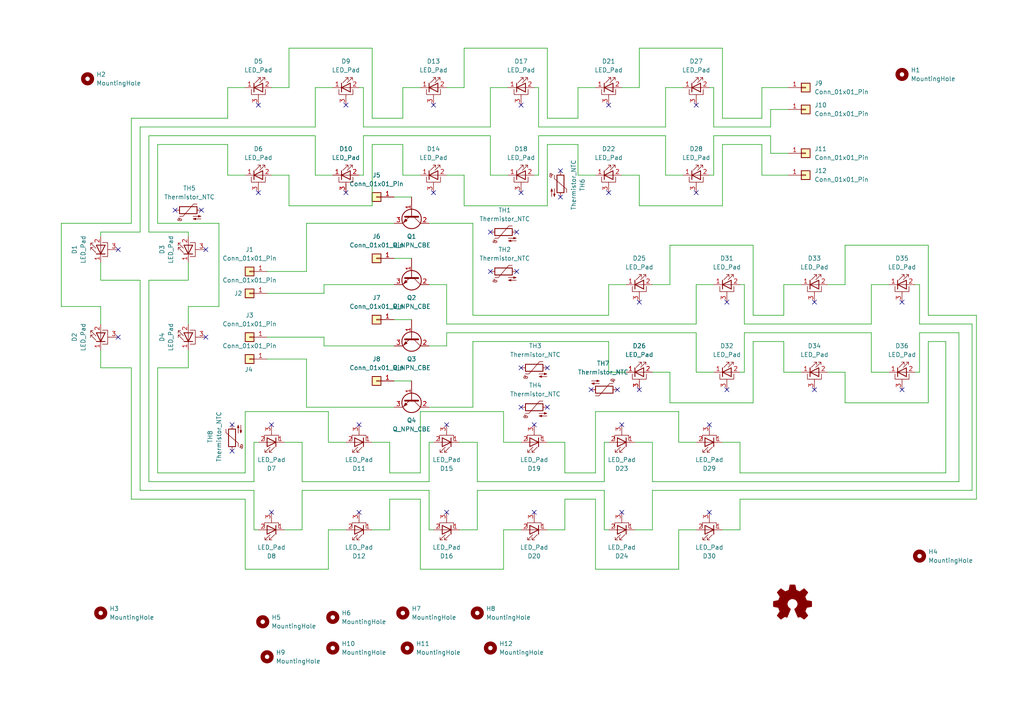
<source format=kicad_sch>
(kicad_sch (version 20231120) (generator "eeschema") (generator_version "8.0")
  (paper "A4")
  (lib_symbols
    (symbol "Connector_Generic:Conn_01x01" (pin_names (offset 1.016) hide)
      (property "Reference" "J" (at 0 2.54 0))
      (property "Value" "Conn_01x01" (at 0 -2.54 0))
      (symbol "Conn_01x01_1_1"
        (rectangle (start -1.27 0.127) (end 0 -0.127) (stroke (width 0.1524)))
        (rectangle (start -1.27 1.27) (end 1.27 -1.27) (stroke (width 0.254)) (fill (type background)))
        (pin passive line (at -5.08 0 0) (length 3.81) (name "Pin_1") (number "1"))
      )
    )
    (symbol "Device:LED_Pad" (pin_names (offset 1.016) hide)
      (property "Reference" "D" (at 0 5.715 0))
      (property "Value" "LED_Pad" (at 0 3.81 0))
      (symbol "LED_Pad_0_1"
        (polyline (pts (xy -1.27 -1.27) (xy -1.27 1.27)) (stroke (width 0.254)))
        (polyline (pts (xy -1.27 0) (xy 1.27 0)))
        (polyline (pts (xy 0 -2.54) (xy 0 -2.032)))
        (polyline (pts (xy -2.032 -0.508) (xy -2.032 -2.032) (xy 2.032 -2.032) (xy 2.032 -0.508)))
        (polyline (pts (xy 1.27 -1.27) (xy 1.27 1.27) (xy -1.27 0) (xy 1.27 -1.27)) (stroke (width 0.254)))
        (polyline (pts (xy -0.889 1.397) (xy 0.635 2.921) (xy -0.127 2.921) (xy 0.635 2.921) (xy 0.635 2.159)))
        (polyline (pts (xy 0.381 1.397) (xy 1.905 2.921) (xy 1.143 2.921) (xy 1.905 2.921) (xy 1.905 2.159)))
      )
      (symbol "LED_Pad_1_1"
        (pin passive line (at -3.81 0 0) (length 2.54) (name "K") (number "1"))
        (pin passive line (at 3.81 0 180) (length 2.54) (name "A") (number "2"))
        (pin passive line (at 0 -5.08 90) (length 2.54) (name "PAD") (number "3"))
      )
    )
    (symbol "Device:Q_NPN_BCE" (pin_names (offset 0) hide)
      (property "Reference" "Q" (at 5.08 1.27 0))
      (property "Value" "Q_NPN_BCE" (at 5.08 -1.27 0))
      (symbol "Q_NPN_BCE_0_1"
        (polyline (pts (xy 0.635 0.635) (xy 2.54 2.54)))
        (polyline (pts (xy 0.635 -0.635) (xy 2.54 -2.54) (xy 2.54 -2.54)))
        (polyline (pts (xy 0.635 1.905) (xy 0.635 -1.905) (xy 0.635 -1.905)) (stroke (width 0.508)))
        (polyline (pts (xy 1.27 -1.778) (xy 1.778 -1.27) (xy 2.286 -2.286) (xy 1.27 -1.778) (xy 1.27 -1.778)) (fill (type outline)))
        (circle (center 1.27 0) (radius 2.8194) (stroke (width 0.254)))
      )
      (symbol "Q_NPN_BCE_1_1"
        (pin input line (at -5.08 0 0) (length 5.715) (name "B") (number "1"))
        (pin passive line (at 2.54 5.08 270) (length 2.54) (name "C") (number "2"))
        (pin passive line (at 2.54 -5.08 90) (length 2.54) (name "E") (number "3"))
      )
    )
    (symbol "Device:Thermistor_NTC" (pin_numbers hide) (pin_names (offset 0))
      (property "Reference" "TH" (at -4.445 0 90))
      (property "Value" "Thermistor_NTC" (at 3.175 0 90))
      (symbol "Thermistor_NTC_0_1"
        (arc (start -3.048 2.159) (mid -3.0495 2.3143) (end -3.175 2.413))
        (arc (start -3.048 2.159) (mid -2.9736 1.9794) (end -2.794 1.905))
        (arc (start -3.048 2.794) (mid -2.9736 2.6144) (end -2.794 2.54))
        (arc (start -2.794 1.905) (mid -2.6144 1.9794) (end -2.54 2.159))
        (arc (start -2.794 2.54) (mid -2.4393 2.5587) (end -2.159 2.794))
        (arc (start -2.794 3.048) (mid -2.9736 2.9736) (end -3.048 2.794))
        (arc (start -2.54 2.794) (mid -2.6144 2.9736) (end -2.794 3.048))
        (rectangle (start -1.016 2.54) (end 1.016 -2.54) (stroke (width 0.254)))
        (polyline (pts (xy -2.54 2.159) (xy -2.54 2.794)))
        (polyline (pts (xy -1.778 2.54) (xy -1.778 1.524) (xy 1.778 -1.524) (xy 1.778 -2.54)))
        (polyline (pts (xy -2.54 -3.683) (xy -2.54 -1.397) (xy -2.794 -2.159) (xy -2.286 -2.159) (xy -2.54 -1.397) (xy -2.54 -1.651)) (fill (type outline)))
        (polyline (pts (xy -1.778 -1.397) (xy -1.778 -3.683) (xy -2.032 -2.921) (xy -1.524 -2.921) (xy -1.778 -3.683) (xy -1.778 -3.429)) (fill (type outline)))
      )
      (symbol "Thermistor_NTC_1_1"
        (pin passive line (at 0 3.81 270) (length 1.27) (name "~") (number "1"))
        (pin passive line (at 0 -3.81 90) (length 1.27) (name "~") (number "2"))
      )
    )
    (symbol "Graphic:Logo_Open_Hardware_Small" (in_bom no) (on_board no)
      (symbol "Logo_Open_Hardware_Small_0_1"
        (polyline (pts (xy 3.3528 -4.3434) (xy 3.302 -4.318) (xy 3.175 -4.2418) (xy 2.9972 -4.1148) (xy 2.7686 -3.9624) (xy 2.54 -3.81) (xy 2.3622 -3.7084) (xy 2.2352 -3.6068) (xy 2.1844 -3.5814) (xy 2.159 -3.6068) (xy 2.0574 -3.6576) (xy 1.905 -3.7338) (xy 1.8034 -3.7846) (xy 1.6764 -3.8354) (xy 1.6002 -3.8354) (xy 1.6002 -3.8354) (xy 1.5494 -3.7338) (xy 1.4732 -3.5306) (xy 1.3462 -3.302) (xy 1.2446 -3.0226) (xy 1.1176 -2.7178) (xy 0.9652 -2.413) (xy 0.8636 -2.1082) (xy 0.7366 -1.8288) (xy 0.6604 -1.6256) (xy 0.6096 -1.4732) (xy 0.5842 -1.397) (xy 0.5842 -1.397) (xy 0.6604 -1.3208) (xy 0.7874 -1.2446) (xy 1.0414 -1.016) (xy 1.2954 -0.6858) (xy 1.4478 -0.3302) (xy 1.524 0.0762) (xy 1.4732 0.4572) (xy 1.3208 0.8128) (xy 1.0668 1.143) (xy 0.762 1.3716) (xy 0.4064 1.524) (xy 0 1.5748) (xy -0.381 1.5494) (xy -0.7366 1.397) (xy -1.0668 1.143) (xy -1.2192 0.9906) (xy -1.397 0.6604) (xy -1.524 0.3048) (xy -1.524 0.2286) (xy -1.4986 -0.1778) (xy -1.397 -0.5334) (xy -1.1938 -0.8636) (xy -0.9144 -1.143) (xy -0.8636 -1.1684) (xy -0.7366 -1.27) (xy -0.635 -1.3462) (xy -0.5842 -1.397) (xy -1.0668 -2.5908) (xy -1.143 -2.794) (xy -1.2954 -3.1242) (xy -1.397 -3.4036) (xy -1.4986 -3.6322) (xy -1.5748 -3.7846) (xy -1.6002 -3.8354) (xy -1.6002 -3.8354) (xy -1.651 -3.8354) (xy -1.7272 -3.81) (xy -1.905 -3.7338) (xy -2.0066 -3.683) (xy -2.1336 -3.6068) (xy -2.2098 -3.5814) (xy -2.2606 -3.6068) (xy -2.3622 -3.683) (xy -2.54 -3.81) (xy -2.7686 -3.9624) (xy -2.9718 -4.0894) (xy -3.1496 -4.2164) (xy -3.302 -4.318) (xy -3.3528 -4.3434) (xy -3.3782 -4.3434) (xy -3.429 -4.318) (xy -3.5306 -4.2164) (xy -3.7084 -4.064) (xy -3.937 -3.8354) (xy -3.9624 -3.81) (xy -4.1656 -3.6068) (xy -4.318 -3.4544) (xy -4.4196 -3.3274) (xy -4.445 -3.2766) (xy -4.445 -3.2766) (xy -4.4196 -3.2258) (xy -4.318 -3.0734) (xy -4.2164 -2.8956) (xy -4.064 -2.667) (xy -3.6576 -2.0828) (xy -3.8862 -1.5494) (xy -3.937 -1.3716) (xy -4.0386 -1.1684) (xy -4.0894 -1.0414) (xy -4.1148 -0.9652) (xy -4.191 -0.9398) (xy -4.318 -0.9144) (xy -4.5466 -0.8636) (xy -4.8006 -0.8128) (xy -5.0546 -0.7874) (xy -5.2578 -0.7366) (xy -5.4356 -0.7112) (xy -5.5118 -0.6858) (xy -5.5118 -0.6858) (xy -5.5372 -0.635) (xy -5.5372 -0.5588) (xy -5.5372 -0.4318) (xy -5.5626 -0.2286) (xy -5.5626 0.0762) (xy -5.5626 0.127) (xy -5.5372 0.4064) (xy -5.5372 0.635) (xy -5.5372 0.762) (xy -5.5372 0.8382) (xy -5.5372 0.8382) (xy -5.461 0.8382) (xy -5.3086 0.889) (xy -5.08 0.9144) (xy -4.826 0.9652) (xy -4.8006 0.9906) (xy -4.5466 1.0414) (xy -4.318 1.0668) (xy -4.1656 1.1176) (xy -4.0894 1.143) (xy -4.0894 1.143) (xy -4.0386 1.2446) (xy -3.9624 1.4224) (xy -3.8608 1.6256) (xy -3.7846 1.8288) (xy -3.7084 2.0066) (xy -3.6576 2.159) (xy -3.6322 2.2098) (xy -3.6322 2.2098) (xy -3.683 2.286) (xy -3.7592 2.413) (xy -3.8862 2.5908) (xy -4.064 2.8194) (xy -4.064 2.8448) (xy -4.2164 3.0734) (xy -4.3434 3.2512) (xy -4.4196 3.3782) (xy -4.445 3.4544) (xy -4.445 3.4544) (xy -4.3942 3.5052) (xy -4.2926 3.6322) (xy -4.1148 3.81) (xy -3.937 4.0132) (xy -3.8608 4.064) (xy -3.6576 4.2926) (xy -3.5052 4.4196) (xy -3.4036 4.4958) (xy -3.3528 4.5212) (xy -3.3528 4.5212) (xy -3.302 4.4704) (xy -3.1496 4.3688) (xy -2.9718 4.2418) (xy -2.7432 4.0894) (xy -2.7178 4.0894) (xy -2.4892 3.937) (xy -2.3114 3.81) (xy -2.1844 3.7084) (xy -2.1336 3.683) (xy -2.1082 3.683) (xy -2.032 3.7084) (xy -1.8542 3.7592) (xy -1.6764 3.8354) (xy -1.4732 3.937) (xy -1.27 4.0132) (xy -1.143 4.064) (xy -1.0668 4.1148) (xy -1.0668 4.1148) (xy -1.0414 4.191) (xy -1.016 4.3434) (xy -0.9652 4.572) (xy -0.9144 4.8514) (xy -0.889 4.9022) (xy -0.8382 5.1562) (xy -0.8128 5.3848) (xy -0.7874 5.5372) (xy -0.762 5.588) (xy -0.7112 5.6134) (xy -0.5842 5.6134) (xy -0.4064 5.6134) (xy -0.1524 5.6134) (xy 0.0762 5.6134) (xy 0.3302 5.6134) (xy 0.5334 5.6134) (xy 0.6858 5.588) (xy 0.7366 5.588) (xy 0.7366 5.588) (xy 0.762 5.5118) (xy 0.8128 5.334) (xy 0.8382 5.1054) (xy 0.9144 4.826) (xy 0.9144 4.7752) (xy 0.9652 4.5212) (xy 1.016 4.2926) (xy 1.0414 4.1402) (xy 1.0668 4.0894) (xy 1.0668 4.0894) (xy 1.1938 4.0386) (xy 1.3716 3.9624) (xy 1.5748 3.8608) (xy 2.0828 3.6576) (xy 2.7178 4.0894) (xy 2.7686 4.1402) (xy 2.9972 4.2926) (xy 3.175 4.4196) (xy 3.302 4.4958) (xy 3.3782 4.5212) (xy 3.3782 4.5212) (xy 3.429 4.4704) (xy 3.556 4.3434) (xy 3.7338 4.191) (xy 3.9116 3.9878) (xy 4.064 3.8354) (xy 4.2418 3.6576) (xy 4.3434 3.556) (xy 4.4196 3.4798) (xy 4.4196 3.429) (xy 4.4196 3.4036) (xy 4.3942 3.3274) (xy 4.2926 3.2004) (xy 4.1656 2.9972) (xy 4.0132 2.794) (xy 3.8862 2.5908) (xy 3.7592 2.3876) (xy 3.6576 2.2352) (xy 3.6322 2.159) (xy 3.6322 2.1336) (xy 3.683 2.0066) (xy 3.7592 1.8288) (xy 3.8608 1.6002) (xy 4.064 1.1176) (xy 4.3942 1.0414) (xy 4.5974 1.016) (xy 4.8768 0.9652) (xy 5.1308 0.9144) (xy 5.5372 0.8382) (xy 5.5626 -0.6604) (xy 5.4864 -0.6858) (xy 5.4356 -0.6858) (xy 5.2832 -0.7366) (xy 5.0546 -0.762) (xy 4.8006 -0.8128) (xy 4.5974 -0.8636) (xy 4.3688 -0.9144) (xy 4.2164 -0.9398) (xy 4.1402 -0.9398) (xy 4.1148 -0.9652) (xy 4.064 -1.0668) (xy 3.9878 -1.2446) (xy 3.9116 -1.4478) (xy 3.81 -1.651) (xy 3.7338 -1.8542) (xy 3.683 -2.0066) (xy 3.6576 -2.0828) (xy 3.683 -2.1336) (xy 3.7846 -2.2606) (xy 3.8862 -2.4638) (xy 4.0386 -2.667) (xy 4.191 -2.8956) (xy 4.318 -3.0734) (xy 4.3942 -3.2004) (xy 4.445 -3.2766) (xy 4.4196 -3.3274) (xy 4.3434 -3.429) (xy 4.1656 -3.5814) (xy 3.937 -3.8354) (xy 3.8862 -3.8608) (xy 3.683 -4.064) (xy 3.5306 -4.2164) (xy 3.4036 -4.318) (xy 3.3528 -4.3434)) (fill (type outline)))
      )
    )
    (symbol "Mechanical:MountingHole" (pin_names (offset 1.016)) (exclude_from_sim yes) (in_bom no)
      (property "Reference" "H" (at 0 5.08 0))
      (property "Value" "MountingHole" (at 0 3.175 0))
      (symbol "MountingHole_0_1"
        (circle (center 0 0) (radius 1.27) (stroke (width 1.27)))
      )
    )
  )
  (no_connect (at 104.14 148.59))
  (no_connect (at 158.75 106.68))
  (no_connect (at 58.42 60.96))
  (no_connect (at 171.45 113.03))
  (no_connect (at 34.29 72.39))
  (no_connect (at 205.74 123.19))
  (no_connect (at 151.13 106.68))
  (no_connect (at 129.54 123.19))
  (no_connect (at 78.74 148.59))
  (no_connect (at 236.22 113.03))
  (no_connect (at 179.07 113.03))
  (no_connect (at 180.34 148.59))
  (no_connect (at 236.22 87.63))
  (no_connect (at 149.86 67.31))
  (no_connect (at 142.24 78.74))
  (no_connect (at 162.56 49.53))
  (no_connect (at 180.34 123.19))
  (no_connect (at 74.93 55.88))
  (no_connect (at 129.54 148.59))
  (no_connect (at 205.74 148.59))
  (no_connect (at 149.86 78.74))
  (no_connect (at 261.62 87.63))
  (no_connect (at 151.13 30.48))
  (no_connect (at 210.82 87.63))
  (no_connect (at 142.24 67.31))
  (no_connect (at 125.73 30.48))
  (no_connect (at 67.31 130.81))
  (no_connect (at 154.94 148.59))
  (no_connect (at 158.75 118.11))
  (no_connect (at 74.93 30.48))
  (no_connect (at 162.56 57.15))
  (no_connect (at 151.13 55.88))
  (no_connect (at 104.14 123.19))
  (no_connect (at 59.69 72.39))
  (no_connect (at 210.82 113.03))
  (no_connect (at 185.42 113.03))
  (no_connect (at 100.33 30.48))
  (no_connect (at 154.94 123.19))
  (no_connect (at 151.13 118.11))
  (no_connect (at 201.93 55.88))
  (no_connect (at 125.73 55.88))
  (no_connect (at 78.74 123.19))
  (no_connect (at 59.69 97.79))
  (no_connect (at 50.8 60.96))
  (no_connect (at 185.42 87.63))
  (no_connect (at 261.62 113.03))
  (no_connect (at 201.93 30.48))
  (no_connect (at 100.33 55.88))
  (no_connect (at 34.29 97.79))
  (no_connect (at 67.31 123.19))
  (no_connect (at 176.53 30.48))
  (no_connect (at 176.53 55.88))
  (wire (pts (xy 175.26 128.27) (xy 176.53 128.27)))
  (wire (pts (xy 223.52 31.75) (xy 228.6 31.75)))
  (wire (pts (xy 93.98 97.79) (xy 77.47 97.79)))
  (wire (pts (xy 185.42 25.4) (xy 185.42 13.97)))
  (wire (pts (xy 95.25 128.27) (xy 95.25 119.38)))
  (wire (pts (xy 252.73 107.95) (xy 257.81 107.95)))
  (wire (pts (xy 138.43 153.67) (xy 138.43 142.24)))
  (wire (pts (xy 172.72 50.8) (xy 167.64 50.8)))
  (wire (pts (xy 214.63 137.16) (xy 274.32 137.16)))
  (wire (pts (xy 252.73 107.95) (xy 252.73 96.52)))
  (wire (pts (xy 252.73 82.55) (xy 252.73 93.98)))
  (wire (pts (xy 29.21 88.9) (xy 17.78 88.9)))
  (wire (pts (xy 196.85 153.67) (xy 196.85 165.1)))
  (wire (pts (xy 121.92 137.16) (xy 113.03 137.16)))
  (wire (pts (xy 156.21 39.37) (xy 193.04 39.37)))
  (wire (pts (xy 209.55 41.91) (xy 220.98 41.91)))
  (wire (pts (xy 245.11 71.12) (xy 269.24 71.12)))
  (wire (pts (xy 158.75 59.69) (xy 158.75 41.91)))
  (wire (pts (xy 207.01 25.4) (xy 207.01 36.83)))
  (wire (pts (xy 121.92 50.8) (xy 116.84 50.8)))
  (wire (pts (xy 114.3 74.93) (xy 119.38 74.93)))
  (wire (pts (xy 71.12 119.38) (xy 71.12 137.16)))
  (wire (pts (xy 156.21 25.4) (xy 154.94 25.4)))
  (wire (pts (xy 138.43 153.67) (xy 133.35 153.67)))
  (wire (pts (xy 201.93 107.95) (xy 201.93 96.52)))
  (wire (pts (xy 129.54 100.33) (xy 124.46 100.33)))
  (wire (pts (xy 207.01 25.4) (xy 205.74 25.4)))
  (wire (pts (xy 189.23 128.27) (xy 184.15 128.27)))
  (wire (pts (xy 218.44 91.44) (xy 227.33 91.44)))
  (wire (pts (xy 29.21 93.98) (xy 29.21 88.9)))
  (wire (pts (xy 228.6 44.45) (xy 223.52 44.45)))
  (wire (pts (xy 73.66 128.27) (xy 73.66 139.7)))
  (wire (pts (xy 138.43 128.27) (xy 133.35 128.27)))
  (wire (pts (xy 252.73 82.55) (xy 257.81 82.55)))
  (wire (pts (xy 156.21 50.8) (xy 156.21 39.37)))
  (wire (pts (xy 29.21 106.68) (xy 38.1 106.68)))
  (wire (pts (xy 93.98 82.55) (xy 93.98 85.09)))
  (wire (pts (xy 88.9 64.77) (xy 88.9 78.74)))
  (wire (pts (xy 223.52 31.75) (xy 223.52 36.83)))
  (wire (pts (xy 107.95 13.97) (xy 107.95 34.29)))
  (wire (pts (xy 91.44 25.4) (xy 91.44 36.83)))
  (wire (pts (xy 167.64 50.8) (xy 167.64 41.91)))
  (wire (pts (xy 29.21 106.68) (xy 29.21 101.6)))
  (wire (pts (xy 266.7 107.95) (xy 266.7 96.52)))
  (wire (pts (xy 137.16 118.11) (xy 124.46 118.11)))
  (wire (pts (xy 193.04 25.4) (xy 198.12 25.4)))
  (wire (pts (xy 196.85 165.1) (xy 172.72 165.1)))
  (wire (pts (xy 232.41 107.95) (xy 227.33 107.95)))
  (wire (pts (xy 189.23 139.7) (xy 278.13 139.7)))
  (wire (pts (xy 215.9 96.52) (xy 252.73 96.52)))
  (wire (pts (xy 193.04 50.8) (xy 193.04 39.37)))
  (wire (pts (xy 100.33 153.67) (xy 95.25 153.67)))
  (wire (pts (xy 194.31 116.84) (xy 218.44 116.84)))
  (wire (pts (xy 17.78 88.9) (xy 17.78 64.77)))
  (wire (pts (xy 40.64 81.28) (xy 40.64 142.24)))
  (wire (pts (xy 73.66 153.67) (xy 73.66 142.24)))
  (wire (pts (xy 137.16 91.44) (xy 137.16 64.77)))
  (wire (pts (xy 163.83 153.67) (xy 163.83 144.78)))
  (wire (pts (xy 54.61 88.9) (xy 63.5 88.9)))
  (wire (pts (xy 124.46 153.67) (xy 125.73 153.67)))
  (wire (pts (xy 189.23 128.27) (xy 189.23 139.7)))
  (wire (pts (xy 181.61 107.95) (xy 176.53 107.95)))
  (wire (pts (xy 214.63 153.67) (xy 214.63 144.78)))
  (wire (pts (xy 151.13 153.67) (xy 146.05 153.67)))
  (wire (pts (xy 134.62 59.69) (xy 158.75 59.69)))
  (wire (pts (xy 43.18 139.7) (xy 73.66 139.7)))
  (wire (pts (xy 240.03 82.55) (xy 245.11 82.55)))
  (wire (pts (xy 158.75 34.29) (xy 167.64 34.29)))
  (wire (pts (xy 38.1 106.68) (xy 38.1 144.78)))
  (wire (pts (xy 176.53 107.95) (xy 176.53 99.06)))
  (wire (pts (xy 172.72 144.78) (xy 163.83 144.78)))
  (wire (pts (xy 95.25 119.38) (xy 71.12 119.38)))
  (wire (pts (xy 124.46 139.7) (xy 87.63 139.7)))
  (wire (pts (xy 142.24 25.4) (xy 142.24 36.83)))
  (wire (pts (xy 95.25 165.1) (xy 71.12 165.1)))
  (wire (pts (xy 54.61 101.6) (xy 54.61 106.68)))
  (wire (pts (xy 167.64 25.4) (xy 167.64 34.29)))
  (wire (pts (xy 83.82 50.8) (xy 78.74 50.8)))
  (wire (pts (xy 134.62 13.97) (xy 158.75 13.97)))
  (wire (pts (xy 207.01 39.37) (xy 223.52 39.37)))
  (wire (pts (xy 114.3 110.49) (xy 119.38 110.49)))
  (wire (pts (xy 194.31 107.95) (xy 194.31 116.84)))
  (wire (pts (xy 66.04 25.4) (xy 71.12 25.4)))
  (wire (pts (xy 215.9 82.55) (xy 214.63 82.55)))
  (wire (pts (xy 54.61 81.28) (xy 43.18 81.28)))
  (wire (pts (xy 54.61 88.9) (xy 54.61 93.98)))
  (wire (pts (xy 189.23 142.24) (xy 281.94 142.24)))
  (wire (pts (xy 214.63 144.78) (xy 283.21 144.78)))
  (wire (pts (xy 266.7 107.95) (xy 265.43 107.95)))
  (wire (pts (xy 66.04 25.4) (xy 66.04 34.29)))
  (wire (pts (xy 218.44 99.06) (xy 227.33 99.06)))
  (wire (pts (xy 91.44 50.8) (xy 96.52 50.8)))
  (wire (pts (xy 93.98 82.55) (xy 114.3 82.55)))
  (wire (pts (xy 121.92 165.1) (xy 121.92 144.78)))
  (wire (pts (xy 215.9 107.95) (xy 215.9 96.52)))
  (wire (pts (xy 207.01 36.83) (xy 223.52 36.83)))
  (wire (pts (xy 87.63 128.27) (xy 82.55 128.27)))
  (wire (pts (xy 142.24 50.8) (xy 142.24 39.37)))
  (wire (pts (xy 95.25 128.27) (xy 100.33 128.27)))
  (wire (pts (xy 223.52 44.45) (xy 223.52 39.37)))
  (wire (pts (xy 194.31 82.55) (xy 194.31 71.12)))
  (wire (pts (xy 137.16 99.06) (xy 176.53 99.06)))
  (wire (pts (xy 45.72 137.16) (xy 71.12 137.16)))
  (wire (pts (xy 107.95 41.91) (xy 116.84 41.91)))
  (wire (pts (xy 93.98 100.33) (xy 93.98 97.79)))
  (wire (pts (xy 105.41 25.4) (xy 104.14 25.4)))
  (wire (pts (xy 137.16 91.44) (xy 176.53 91.44)))
  (wire (pts (xy 43.18 81.28) (xy 43.18 139.7)))
  (wire (pts (xy 146.05 128.27) (xy 151.13 128.27)))
  (wire (pts (xy 194.31 107.95) (xy 189.23 107.95)))
  (wire (pts (xy 146.05 153.67) (xy 146.05 165.1)))
  (wire (pts (xy 105.41 36.83) (xy 142.24 36.83)))
  (wire (pts (xy 38.1 34.29) (xy 66.04 34.29)))
  (wire (pts (xy 245.11 107.95) (xy 245.11 116.84)))
  (wire (pts (xy 175.26 128.27) (xy 175.26 139.7)))
  (wire (pts (xy 185.42 50.8) (xy 180.34 50.8)))
  (wire (pts (xy 215.9 82.55) (xy 215.9 93.98)))
  (wire (pts (xy 129.54 25.4) (xy 134.62 25.4)))
  (wire (pts (xy 71.12 165.1) (xy 71.12 144.78)))
  (wire (pts (xy 129.54 93.98) (xy 129.54 82.55)))
  (wire (pts (xy 146.05 165.1) (xy 121.92 165.1)))
  (wire (pts (xy 227.33 82.55) (xy 227.33 91.44)))
  (wire (pts (xy 245.11 107.95) (xy 240.03 107.95)))
  (wire (pts (xy 196.85 128.27) (xy 196.85 119.38)))
  (wire (pts (xy 29.21 67.31) (xy 40.64 67.31)))
  (wire (pts (xy 54.61 81.28) (xy 54.61 76.2)))
  (wire (pts (xy 201.93 82.55) (xy 201.93 93.98)))
  (wire (pts (xy 194.31 71.12) (xy 218.44 71.12)))
  (wire (pts (xy 107.95 59.69) (xy 107.95 41.91)))
  (wire (pts (xy 54.61 67.31) (xy 43.18 67.31)))
  (wire (pts (xy 116.84 50.8) (xy 116.84 41.91)))
  (wire (pts (xy 124.46 153.67) (xy 124.46 142.24)))
  (wire (pts (xy 71.12 50.8) (xy 66.04 50.8)))
  (wire (pts (xy 278.13 139.7) (xy 278.13 96.52)))
  (wire (pts (xy 54.61 67.31) (xy 54.61 68.58)))
  (wire (pts (xy 227.33 82.55) (xy 232.41 82.55)))
  (wire (pts (xy 185.42 59.69) (xy 209.55 59.69)))
  (wire (pts (xy 220.98 41.91) (xy 220.98 50.8)))
  (wire (pts (xy 189.23 153.67) (xy 184.15 153.67)))
  (wire (pts (xy 175.26 153.67) (xy 175.26 142.24)))
  (wire (pts (xy 266.7 93.98) (xy 281.94 93.98)))
  (wire (pts (xy 129.54 96.52) (xy 129.54 100.33)))
  (wire (pts (xy 175.26 153.67) (xy 176.53 153.67)))
  (wire (pts (xy 269.24 116.84) (xy 269.24 99.06)))
  (wire (pts (xy 29.21 81.28) (xy 40.64 81.28)))
  (wire (pts (xy 91.44 25.4) (xy 96.52 25.4)))
  (wire (pts (xy 215.9 93.98) (xy 252.73 93.98)))
  (wire (pts (xy 17.78 64.77) (xy 38.1 64.77)))
  (wire (pts (xy 113.03 153.67) (xy 107.95 153.67)))
  (wire (pts (xy 45.72 41.91) (xy 45.72 64.77)))
  (wire (pts (xy 114.3 92.71) (xy 119.38 92.71)))
  (wire (pts (xy 185.42 13.97) (xy 209.55 13.97)))
  (wire (pts (xy 158.75 13.97) (xy 158.75 34.29)))
  (wire (pts (xy 29.21 81.28) (xy 29.21 76.2)))
  (wire (pts (xy 201.93 82.55) (xy 207.01 82.55)))
  (wire (pts (xy 105.41 39.37) (xy 142.24 39.37)))
  (wire (pts (xy 73.66 128.27) (xy 74.93 128.27)))
  (wire (pts (xy 87.63 153.67) (xy 82.55 153.67)))
  (wire (pts (xy 209.55 128.27) (xy 214.63 128.27)))
  (wire (pts (xy 209.55 59.69) (xy 209.55 41.91)))
  (wire (pts (xy 156.21 50.8) (xy 154.94 50.8)))
  (wire (pts (xy 185.42 50.8) (xy 185.42 59.69)))
  (wire (pts (xy 116.84 25.4) (xy 116.84 34.29)))
  (wire (pts (xy 214.63 128.27) (xy 214.63 137.16)))
  (wire (pts (xy 196.85 119.38) (xy 172.72 119.38)))
  (wire (pts (xy 167.64 25.4) (xy 172.72 25.4)))
  (wire (pts (xy 193.04 50.8) (xy 198.12 50.8)))
  (wire (pts (xy 113.03 128.27) (xy 113.03 137.16)))
  (wire (pts (xy 201.93 153.67) (xy 196.85 153.67)))
  (wire (pts (xy 228.6 25.4) (xy 220.98 25.4)))
  (wire (pts (xy 189.23 153.67) (xy 189.23 142.24)))
  (wire (pts (xy 266.7 82.55) (xy 265.43 82.55)))
  (wire (pts (xy 105.41 25.4) (xy 105.41 36.83)))
  (wire (pts (xy 105.41 50.8) (xy 104.14 50.8)))
  (wire (pts (xy 209.55 34.29) (xy 220.98 34.29)))
  (wire (pts (xy 158.75 41.91) (xy 167.64 41.91)))
  (wire (pts (xy 105.41 50.8) (xy 105.41 39.37)))
  (wire (pts (xy 43.18 39.37) (xy 43.18 67.31)))
  (wire (pts (xy 142.24 50.8) (xy 147.32 50.8)))
  (wire (pts (xy 172.72 137.16) (xy 163.83 137.16)))
  (wire (pts (xy 63.5 64.77) (xy 45.72 64.77)))
  (wire (pts (xy 113.03 153.67) (xy 113.03 144.78)))
  (wire (pts (xy 207.01 50.8) (xy 205.74 50.8)))
  (wire (pts (xy 189.23 82.55) (xy 194.31 82.55)))
  (wire (pts (xy 193.04 25.4) (xy 193.04 36.83)))
  (wire (pts (xy 29.21 67.31) (xy 29.21 68.58)))
  (wire (pts (xy 220.98 25.4) (xy 220.98 34.29)))
  (wire (pts (xy 45.72 41.91) (xy 66.04 41.91)))
  (wire (pts (xy 156.21 36.83) (xy 193.04 36.83)))
  (wire (pts (xy 266.7 96.52) (xy 278.13 96.52)))
  (wire (pts (xy 245.11 116.84) (xy 269.24 116.84)))
  (wire (pts (xy 129.54 82.55) (xy 124.46 82.55)))
  (wire (pts (xy 180.34 25.4) (xy 185.42 25.4)))
  (wire (pts (xy 269.24 91.44) (xy 283.21 91.44)))
  (wire (pts (xy 274.32 137.16) (xy 274.32 99.06)))
  (wire (pts (xy 269.24 71.12) (xy 269.24 91.44)))
  (wire (pts (xy 73.66 153.67) (xy 74.93 153.67)))
  (wire (pts (xy 45.72 106.68) (xy 45.72 137.16)))
  (wire (pts (xy 283.21 144.78) (xy 283.21 91.44)))
  (wire (pts (xy 163.83 153.67) (xy 158.75 153.67)))
  (wire (pts (xy 137.16 99.06) (xy 137.16 118.11)))
  (wire (pts (xy 40.64 36.83) (xy 40.64 67.31)))
  (wire (pts (xy 146.05 128.27) (xy 146.05 119.38)))
  (wire (pts (xy 172.72 119.38) (xy 172.72 137.16)))
  (wire (pts (xy 281.94 142.24) (xy 281.94 93.98)))
  (wire (pts (xy 124.46 128.27) (xy 125.73 128.27)))
  (wire (pts (xy 88.9 118.11) (xy 88.9 104.14)))
  (wire (pts (xy 156.21 25.4) (xy 156.21 36.83)))
  (wire (pts (xy 83.82 25.4) (xy 83.82 13.97)))
  (wire (pts (xy 227.33 107.95) (xy 227.33 99.06)))
  (wire (pts (xy 88.9 78.74) (xy 77.47 78.74)))
  (wire (pts (xy 175.26 139.7) (xy 138.43 139.7)))
  (wire (pts (xy 40.64 36.83) (xy 91.44 36.83)))
  (wire (pts (xy 78.74 25.4) (xy 83.82 25.4)))
  (wire (pts (xy 63.5 88.9) (xy 63.5 64.77)))
  (wire (pts (xy 266.7 82.55) (xy 266.7 93.98)))
  (wire (pts (xy 114.3 100.33) (xy 93.98 100.33)))
  (wire (pts (xy 87.63 128.27) (xy 87.63 139.7)))
  (wire (pts (xy 220.98 50.8) (xy 228.6 50.8)))
  (wire (pts (xy 93.98 85.09) (xy 77.47 85.09)))
  (wire (pts (xy 95.25 153.67) (xy 95.25 165.1)))
  (wire (pts (xy 176.53 82.55) (xy 181.61 82.55)))
  (wire (pts (xy 129.54 96.52) (xy 201.93 96.52)))
  (wire (pts (xy 121.92 144.78) (xy 113.03 144.78)))
  (wire (pts (xy 209.55 13.97) (xy 209.55 34.29)))
  (wire (pts (xy 83.82 59.69) (xy 107.95 59.69)))
  (wire (pts (xy 87.63 153.67) (xy 87.63 142.24)))
  (wire (pts (xy 269.24 99.06) (xy 274.32 99.06)))
  (wire (pts (xy 172.72 165.1) (xy 172.72 144.78)))
  (wire (pts (xy 196.85 128.27) (xy 201.93 128.27)))
  (wire (pts (xy 124.46 128.27) (xy 124.46 139.7)))
  (wire (pts (xy 38.1 144.78) (xy 71.12 144.78)))
  (wire (pts (xy 66.04 50.8) (xy 66.04 41.91)))
  (wire (pts (xy 91.44 50.8) (xy 91.44 39.37)))
  (wire (pts (xy 107.95 128.27) (xy 113.03 128.27)))
  (wire (pts (xy 218.44 116.84) (xy 218.44 99.06)))
  (wire (pts (xy 83.82 50.8) (xy 83.82 59.69)))
  (wire (pts (xy 83.82 13.97) (xy 107.95 13.97)))
  (wire (pts (xy 38.1 34.29) (xy 38.1 64.77)))
  (wire (pts (xy 129.54 93.98) (xy 201.93 93.98)))
  (wire (pts (xy 245.11 82.55) (xy 245.11 71.12)))
  (wire (pts (xy 114.3 57.15) (xy 119.38 57.15)))
  (wire (pts (xy 215.9 107.95) (xy 214.63 107.95)))
  (wire (pts (xy 134.62 50.8) (xy 134.62 59.69)))
  (wire (pts (xy 54.61 106.68) (xy 45.72 106.68)))
  (wire (pts (xy 40.64 142.24) (xy 73.66 142.24)))
  (wire (pts (xy 124.46 142.24) (xy 87.63 142.24)))
  (wire (pts (xy 134.62 25.4) (xy 134.62 13.97)))
  (wire (pts (xy 163.83 128.27) (xy 163.83 137.16)))
  (wire (pts (xy 146.05 119.38) (xy 121.92 119.38)))
  (wire (pts (xy 218.44 71.12) (xy 218.44 91.44)))
  (wire (pts (xy 142.24 25.4) (xy 147.32 25.4)))
  (wire (pts (xy 107.95 34.29) (xy 116.84 34.29)))
  (wire (pts (xy 114.3 64.77) (xy 88.9 64.77)))
  (wire (pts (xy 158.75 128.27) (xy 163.83 128.27)))
  (wire (pts (xy 116.84 25.4) (xy 121.92 25.4)))
  (wire (pts (xy 201.93 107.95) (xy 207.01 107.95)))
  (wire (pts (xy 134.62 50.8) (xy 129.54 50.8)))
  (wire (pts (xy 207.01 50.8) (xy 207.01 39.37)))
  (wire (pts (xy 176.53 82.55) (xy 176.53 91.44)))
  (wire (pts (xy 43.18 39.37) (xy 91.44 39.37)))
  (wire (pts (xy 138.43 128.27) (xy 138.43 139.7)))
  (wire (pts (xy 121.92 119.38) (xy 121.92 137.16)))
  (wire (pts (xy 214.63 153.67) (xy 209.55 153.67)))
  (wire (pts (xy 175.26 142.24) (xy 138.43 142.24)))
  (wire (pts (xy 137.16 64.77) (xy 124.46 64.77)))
  (wire (pts (xy 88.9 104.14) (xy 77.47 104.14)))
  (wire (pts (xy 114.3 118.11) (xy 88.9 118.11)))
  (symbol (lib_id "Connector_Generic:Conn_01x01") (at 72.39 85.09 180) (unit 1)
    (property "Reference" "J2" (at 69.088 85.09 0))
    (property "Value" "Conn_01x01_Pin" (at 72.39 81.28 0))
    (property "Footprint" "TestPoint:TestPoint_Pad_D1.5mm" (effects (hide yes)))
    (property "Description" "Generic connector, single row, 01x01, script generated (kicad-library-utils/schlib/autogen/connector/)" (effects (hide yes)))
  )
  (symbol (lib_id "Device:LED_Pad") (at 185.42 107.95 0) (unit 1)
    (property "Reference" "D26" (at 185.42 100.33 0))
    (property "Value" "LED_Pad" (at 185.42 102.87 0))
    (property "Footprint" "custom:LED_3x3_DIRECT_CU" (effects (hide yes)))
    (property "Description" "Light emitting diode with pad" (effects (hide yes)))
  )
  (symbol (lib_id "Mechanical:MountingHole") (at 96.52 187.96 0) (unit 1) (exclude_from_sim yes) (in_bom no)
    (property "Reference" "H10" (at 99.06 186.6899 0) (effects (justify left)))
    (property "Value" "MountingHole" (at 99.06 189.2299 0) (effects (justify left)))
    (property "Footprint" "custom:MountingHole_4.2mm" (effects (hide yes)))
    (property "Description" "Mounting Hole without connection" (effects (hide yes)))
  )
  (symbol (lib_id "Mechanical:MountingHole") (at 118.11 187.96 0) (unit 1) (exclude_from_sim yes) (in_bom no)
    (property "Reference" "H11" (at 120.65 186.6899 0) (effects (justify left)))
    (property "Value" "MountingHole" (at 120.65 189.2299 0) (effects (justify left)))
    (property "Footprint" "custom:MountingHole_4.2mm" (effects (hide yes)))
    (property "Description" "Mounting Hole without connection" (effects (hide yes)))
  )
  (symbol (lib_id "Device:LED_Pad") (at 151.13 25.4 0) (unit 1)
    (property "Reference" "D17" (at 151.13 17.78 0))
    (property "Value" "LED_Pad" (at 151.13 20.32 0))
    (property "Footprint" "custom:LED_3x3_DIRECT_CU" (effects (hide yes)))
    (property "Description" "Light emitting diode with pad" (effects (hide yes)))
  )
  (symbol (lib_id "Device:Thermistor_NTC") (at 54.61 60.96 90) (unit 1)
    (property "Reference" "TH5" (at 54.9275 54.61 90))
    (property "Value" "Thermistor_NTC" (at 54.9275 57.15 90))
    (property "Footprint" "Resistor_SMD:R_0805_2012Metric_Pad1.20x1.40mm_HandSolder" (effects (hide yes)))
    (property "Description" "Temperature dependent resistor, negative temperature coefficient" (effects (hide yes)))
  )
  (symbol (lib_id "Device:Q_NPN_BCE") (at 119.38 115.57 270) (unit 1)
    (property "Reference" "Q4" (at 119.38 121.92 90))
    (property "Value" "Q_NPN_CBE" (at 119.38 124.46 90))
    (property "Footprint" "Package_TO_SOT_SMD:TO-252-2" (effects (hide yes)))
    (property "Description" "NPN transistor, base/collector/emitter" (effects (hide yes)))
  )
  (symbol (lib_id "Device:LED_Pad") (at 78.74 153.67 180) (unit 1)
    (property "Reference" "D8" (at 78.74 161.29 0))
    (property "Value" "LED_Pad" (at 78.74 158.75 0))
    (property "Footprint" "custom:LED_3x3_DIRECT_CU" (effects (hide yes)))
    (property "Description" "Light emitting diode with pad" (effects (hide yes)))
  )
  (symbol (lib_id "Mechanical:MountingHole") (at 266.7 161.29 0) (unit 1) (exclude_from_sim yes) (in_bom no)
    (property "Reference" "H4" (at 269.24 160.0199 0) (effects (justify left)))
    (property "Value" "MountingHole" (at 269.24 162.5599 0) (effects (justify left)))
    (property "Footprint" "custom:MountingHole_3.0mm" (effects (hide yes)))
    (property "Description" "Mounting Hole without connection" (effects (hide yes)))
  )
  (symbol (lib_id "Device:LED_Pad") (at 104.14 128.27 180) (unit 1)
    (property "Reference" "D11" (at 104.14 135.89 0))
    (property "Value" "LED_Pad" (at 104.14 133.35 0))
    (property "Footprint" "custom:LED_3x3_DIRECT_CU" (effects (hide yes)))
    (property "Description" "Light emitting diode with pad" (effects (hide yes)))
  )
  (symbol (lib_id "Device:LED_Pad") (at 29.21 72.39 90) (unit 1)
    (property "Reference" "D1" (at 21.59 72.39 0))
    (property "Value" "LED_Pad" (at 24.13 72.39 0))
    (property "Footprint" "custom:LED_3x3_DIRECT_CU" (effects (hide yes)))
    (property "Description" "Light emitting diode with pad" (effects (hide yes)))
  )
  (symbol (lib_id "Graphic:Logo_Open_Hardware_Small") (at 229.87 175.26 0) (unit 1) (exclude_from_sim yes) (in_bom no)
    (property "Reference" "SYM4" (effects (hide yes)))
    (property "Value" "Logo_Open_Hardware_Small" (effects (hide yes)))
    (property "Footprint" "custom:site_small" (effects (hide yes)))
    (property "Description" "Open Hardware logo, small" (effects (hide yes)))
  )
  (symbol (lib_id "Connector_Generic:Conn_01x01") (at 233.68 25.4 0) (unit 1)
    (property "Reference" "J9" (at 236.22 24.1299 0) (effects (justify left)))
    (property "Value" "Conn_01x01_Pin" (at 236.22 26.6699 0) (effects (justify left)))
    (property "Footprint" "TestPoint:TestPoint_Pad_D1.5mm" (effects (hide yes)))
    (property "Description" "Generic connector, single row, 01x01, script generated (kicad-library-utils/schlib/autogen/connector/)" (effects (hide yes)))
  )
  (symbol (lib_id "Device:LED_Pad") (at 176.53 50.8 0) (unit 1)
    (property "Reference" "D22" (at 176.53 43.18 0))
    (property "Value" "LED_Pad" (at 176.53 45.72 0))
    (property "Footprint" "custom:LED_3x3_DIRECT_CU" (effects (hide yes)))
    (property "Description" "Light emitting diode with pad" (effects (hide yes)))
  )
  (symbol (lib_id "Device:LED_Pad") (at 104.14 153.67 180) (unit 1)
    (property "Reference" "D12" (at 104.14 161.29 0))
    (property "Value" "LED_Pad" (at 104.14 158.75 0))
    (property "Footprint" "custom:LED_3x3_DIRECT_CU" (effects (hide yes)))
    (property "Description" "Light emitting diode with pad" (effects (hide yes)))
  )
  (symbol (lib_id "Device:LED_Pad") (at 129.54 128.27 180) (unit 1)
    (property "Reference" "D15" (at 129.54 135.89 0))
    (property "Value" "LED_Pad" (at 129.54 133.35 0))
    (property "Footprint" "custom:LED_3x3_DIRECT_CU" (effects (hide yes)))
    (property "Description" "Light emitting diode with pad" (effects (hide yes)))
  )
  (symbol (lib_id "Mechanical:MountingHole") (at 76.2 180.34 0) (unit 1) (exclude_from_sim yes) (in_bom no)
    (property "Reference" "H5" (at 78.74 179.0699 0) (effects (justify left)))
    (property "Value" "MountingHole" (at 78.74 181.6099 0) (effects (justify left)))
    (property "Footprint" "custom:MountingHole_4.2mm" (effects (hide yes)))
    (property "Description" "Mounting Hole without connection" (effects (hide yes)))
  )
  (symbol (lib_id "Device:Thermistor_NTC") (at 146.05 78.74 90) (unit 1)
    (property "Reference" "TH2" (at 146.3675 72.39 90))
    (property "Value" "Thermistor_NTC" (at 146.3675 74.93 90))
    (property "Footprint" "Resistor_SMD:R_0805_2012Metric_Pad1.20x1.40mm_HandSolder" (effects (hide yes)))
    (property "Description" "Temperature dependent resistor, negative temperature coefficient" (effects (hide yes)))
  )
  (symbol (lib_id "Device:LED_Pad") (at 78.74 128.27 180) (unit 1)
    (property "Reference" "D7" (at 78.74 135.89 0))
    (property "Value" "LED_Pad" (at 78.74 133.35 0))
    (property "Footprint" "custom:LED_3x3_DIRECT_CU" (effects (hide yes)))
    (property "Description" "Light emitting diode with pad" (effects (hide yes)))
  )
  (symbol (lib_id "Mechanical:MountingHole") (at 77.47 190.5 0) (unit 1) (exclude_from_sim yes) (in_bom no)
    (property "Reference" "H9" (at 80.01 189.2299 0) (effects (justify left)))
    (property "Value" "MountingHole" (at 80.01 191.7699 0) (effects (justify left)))
    (property "Footprint" "custom:MountingHole_4.2mm" (effects (hide yes)))
    (property "Description" "Mounting Hole without connection" (effects (hide yes)))
  )
  (symbol (lib_id "Mechanical:MountingHole") (at 29.21 177.8 0) (unit 1) (exclude_from_sim yes) (in_bom no)
    (property "Reference" "H3" (at 31.75 176.5299 0) (effects (justify left)))
    (property "Value" "MountingHole" (at 31.75 179.0699 0) (effects (justify left)))
    (property "Footprint" "custom:MountingHole_3.0mm" (effects (hide yes)))
    (property "Description" "Mounting Hole without connection" (effects (hide yes)))
  )
  (symbol (lib_id "Device:LED_Pad") (at 185.42 82.55 0) (unit 1)
    (property "Reference" "D25" (at 185.42 74.93 0))
    (property "Value" "LED_Pad" (at 185.42 77.47 0))
    (property "Footprint" "custom:LED_3x3_DIRECT_CU" (effects (hide yes)))
    (property "Description" "Light emitting diode with pad" (effects (hide yes)))
  )
  (symbol (lib_id "Mechanical:MountingHole") (at 116.84 177.8 0) (unit 1) (exclude_from_sim yes) (in_bom no)
    (property "Reference" "H7" (at 119.38 176.5299 0) (effects (justify left)))
    (property "Value" "MountingHole" (at 119.38 179.0699 0) (effects (justify left)))
    (property "Footprint" "custom:MountingHole_4.2mm" (effects (hide yes)))
    (property "Description" "Mounting Hole without connection" (effects (hide yes)))
  )
  (symbol (lib_id "Connector_Generic:Conn_01x01") (at 72.39 104.14 180) (unit 1)
    (property "Reference" "J4" (at 72.136 107.188 0))
    (property "Value" "Conn_01x01_Pin" (at 72.39 100.33 0))
    (property "Footprint" "TestPoint:TestPoint_Pad_D1.5mm" (effects (hide yes)))
    (property "Description" "Generic connector, single row, 01x01, script generated (kicad-library-utils/schlib/autogen/connector/)" (effects (hide yes)))
  )
  (symbol (lib_id "Connector_Generic:Conn_01x01") (at 233.68 44.45 0) (unit 1)
    (property "Reference" "J11" (at 236.22 43.1799 0) (effects (justify left)))
    (property "Value" "Conn_01x01_Pin" (at 236.22 45.7199 0) (effects (justify left)))
    (property "Footprint" "TestPoint:TestPoint_Pad_D1.5mm" (effects (hide yes)))
    (property "Description" "Generic connector, single row, 01x01, script generated (kicad-library-utils/schlib/autogen/connector/)" (effects (hide yes)))
  )
  (symbol (lib_id "Device:LED_Pad") (at 201.93 50.8 0) (unit 1)
    (property "Reference" "D28" (at 201.93 43.18 0))
    (property "Value" "LED_Pad" (at 201.93 45.72 0))
    (property "Footprint" "custom:LED_3x3_DIRECT_CU" (effects (hide yes)))
    (property "Description" "Light emitting diode with pad" (effects (hide yes)))
  )
  (symbol (lib_id "Device:LED_Pad") (at 201.93 25.4 0) (unit 1)
    (property "Reference" "D27" (at 201.93 17.78 0))
    (property "Value" "LED_Pad" (at 201.93 20.32 0))
    (property "Footprint" "custom:LED_3x3_DIRECT_CU" (effects (hide yes)))
    (property "Description" "Light emitting diode with pad" (effects (hide yes)))
  )
  (symbol (lib_id "Device:LED_Pad") (at 180.34 128.27 180) (unit 1)
    (property "Reference" "D23" (at 180.34 135.89 0))
    (property "Value" "LED_Pad" (at 180.34 133.35 0))
    (property "Footprint" "custom:LED_3x3_DIRECT_CU" (effects (hide yes)))
    (property "Description" "Light emitting diode with pad" (effects (hide yes)))
  )
  (symbol (lib_id "Device:LED_Pad") (at 176.53 25.4 0) (unit 1)
    (property "Reference" "D21" (at 176.53 17.78 0))
    (property "Value" "LED_Pad" (at 176.53 20.32 0))
    (property "Footprint" "custom:LED_3x3_DIRECT_CU" (effects (hide yes)))
    (property "Description" "Light emitting diode with pad" (effects (hide yes)))
  )
  (symbol (lib_id "Device:Q_NPN_BCE") (at 119.38 80.01 270) (unit 1)
    (property "Reference" "Q2" (at 119.38 86.36 90))
    (property "Value" "Q_NPN_CBE" (at 119.38 88.9 90))
    (property "Footprint" "Package_TO_SOT_SMD:TO-252-2" (effects (hide yes)))
    (property "Description" "NPN transistor, base/collector/emitter" (effects (hide yes)))
  )
  (symbol (lib_id "Device:LED_Pad") (at 125.73 25.4 0) (unit 1)
    (property "Reference" "D13" (at 125.73 17.78 0))
    (property "Value" "LED_Pad" (at 125.73 20.32 0))
    (property "Footprint" "custom:LED_3x3_DIRECT_CU" (effects (hide yes)))
    (property "Description" "Light emitting diode with pad" (effects (hide yes)))
  )
  (symbol (lib_id "Device:Thermistor_NTC") (at 162.56 53.34 0) (unit 1)
    (property "Reference" "TH6" (at 168.91 53.6575 90))
    (property "Value" "Thermistor_NTC" (at 166.37 53.6575 90))
    (property "Footprint" "Resistor_SMD:R_0805_2012Metric_Pad1.20x1.40mm_HandSolder" (effects (hide yes)))
    (property "Description" "Temperature dependent resistor, negative temperature coefficient" (effects (hide yes)))
  )
  (symbol (lib_id "Connector_Generic:Conn_01x01") (at 233.68 31.75 0) (unit 1)
    (property "Reference" "J10" (at 236.22 30.4799 0) (effects (justify left)))
    (property "Value" "Conn_01x01_Pin" (at 236.22 33.0199 0) (effects (justify left)))
    (property "Footprint" "TestPoint:TestPoint_Pad_D1.5mm" (effects (hide yes)))
    (property "Description" "Generic connector, single row, 01x01, script generated (kicad-library-utils/schlib/autogen/connector/)" (effects (hide yes)))
  )
  (symbol (lib_id "Connector_Generic:Conn_01x01") (at 109.22 57.15 180) (unit 1)
    (property "Reference" "J5" (at 109.22 50.8 0))
    (property "Value" "Conn_01x01_Pin" (at 109.22 53.34 0))
    (property "Footprint" "TestPoint:TestPoint_Pad_D1.5mm" (effects (hide yes)))
    (property "Description" "Generic connector, single row, 01x01, script generated (kicad-library-utils/schlib/autogen/connector/)" (effects (hide yes)))
  )
  (symbol (lib_id "Connector_Generic:Conn_01x01") (at 72.39 78.74 180) (unit 1)
    (property "Reference" "J1" (at 72.39 72.39 0))
    (property "Value" "Conn_01x01_Pin" (at 72.39 74.93 0))
    (property "Footprint" "TestPoint:TestPoint_Pad_D1.5mm" (effects (hide yes)))
    (property "Description" "Generic connector, single row, 01x01, script generated (kicad-library-utils/schlib/autogen/connector/)" (effects (hide yes)))
  )
  (symbol (lib_id "Device:LED_Pad") (at 236.22 82.55 0) (unit 1)
    (property "Reference" "D33" (at 236.22 74.93 0))
    (property "Value" "LED_Pad" (at 236.22 77.47 0))
    (property "Footprint" "custom:LED_3x3_DIRECT_CU" (effects (hide yes)))
    (property "Description" "Light emitting diode with pad" (effects (hide yes)))
  )
  (symbol (lib_id "Connector_Generic:Conn_01x01") (at 109.22 92.71 180) (unit 1)
    (property "Reference" "J7" (at 109.22 86.36 0))
    (property "Value" "Conn_01x01_Pin" (at 109.22 88.9 0))
    (property "Footprint" "TestPoint:TestPoint_Pad_D1.5mm" (effects (hide yes)))
    (property "Description" "Generic connector, single row, 01x01, script generated (kicad-library-utils/schlib/autogen/connector/)" (effects (hide yes)))
  )
  (symbol (lib_id "Device:LED_Pad") (at 154.94 153.67 180) (unit 1)
    (property "Reference" "D20" (at 154.94 161.29 0))
    (property "Value" "LED_Pad" (at 154.94 158.75 0))
    (property "Footprint" "custom:LED_3x3_DIRECT_CU" (effects (hide yes)))
    (property "Description" "Light emitting diode with pad" (effects (hide yes)))
  )
  (symbol (lib_id "Device:Q_NPN_BCE") (at 119.38 97.79 270) (unit 1)
    (property "Reference" "Q3" (at 119.38 104.14 90))
    (property "Value" "Q_NPN_CBE" (at 119.38 106.68 90))
    (property "Footprint" "Package_TO_SOT_SMD:TO-252-2" (effects (hide yes)))
    (property "Description" "NPN transistor, base/collector/emitter" (effects (hide yes)))
  )
  (symbol (lib_id "Device:LED_Pad") (at 154.94 128.27 180) (unit 1)
    (property "Reference" "D19" (at 154.94 135.89 0))
    (property "Value" "LED_Pad" (at 154.94 133.35 0))
    (property "Footprint" "custom:LED_3x3_DIRECT_CU" (effects (hide yes)))
    (property "Description" "Light emitting diode with pad" (effects (hide yes)))
  )
  (symbol (lib_id "Connector_Generic:Conn_01x01") (at 109.22 110.49 180) (unit 1)
    (property "Reference" "J8" (at 109.22 104.14 0))
    (property "Value" "Conn_01x01_Pin" (at 109.22 106.68 0))
    (property "Footprint" "TestPoint:TestPoint_Pad_D1.5mm" (effects (hide yes)))
    (property "Description" "Generic connector, single row, 01x01, script generated (kicad-library-utils/schlib/autogen/connector/)" (effects (hide yes)))
  )
  (symbol (lib_id "Device:Q_NPN_BCE") (at 119.38 62.23 270) (unit 1)
    (property "Reference" "Q1" (at 119.38 68.58 90))
    (property "Value" "Q_NPN_CBE" (at 119.38 71.12 90))
    (property "Footprint" "Package_TO_SOT_SMD:TO-252-2" (effects (hide yes)))
    (property "Description" "NPN transistor, base/collector/emitter" (effects (hide yes)))
  )
  (symbol (lib_id "Device:LED_Pad") (at 205.74 153.67 180) (unit 1)
    (property "Reference" "D30" (at 205.74 161.29 0))
    (property "Value" "LED_Pad" (at 205.74 158.75 0))
    (property "Footprint" "custom:LED_3x3_DIRECT_CU" (effects (hide yes)))
    (property "Description" "Light emitting diode with pad" (effects (hide yes)))
  )
  (symbol (lib_id "Mechanical:MountingHole") (at 25.4 22.86 0) (unit 1) (exclude_from_sim yes) (in_bom no)
    (property "Reference" "H2" (at 27.94 21.5899 0) (effects (justify left)))
    (property "Value" "MountingHole" (at 27.94 24.1299 0) (effects (justify left)))
    (property "Footprint" "custom:MountingHole_3.0mm" (effects (hide yes)))
    (property "Description" "Mounting Hole without connection" (effects (hide yes)))
  )
  (symbol (lib_id "Device:LED_Pad") (at 210.82 107.95 0) (unit 1)
    (property "Reference" "D32" (at 210.82 100.33 0))
    (property "Value" "LED_Pad" (at 210.82 102.87 0))
    (property "Footprint" "custom:LED_3x3_DIRECT_CU" (effects (hide yes)))
    (property "Description" "Light emitting diode with pad" (effects (hide yes)))
  )
  (symbol (lib_id "Device:LED_Pad") (at 74.93 25.4 0) (unit 1)
    (property "Reference" "D5" (at 74.93 17.78 0))
    (property "Value" "LED_Pad" (at 74.93 20.32 0))
    (property "Footprint" "custom:LED_3x3_DIRECT_CU" (effects (hide yes)))
    (property "Description" "Light emitting diode with pad" (effects (hide yes)))
  )
  (symbol (lib_id "Device:LED_Pad") (at 261.62 82.55 0) (unit 1)
    (property "Reference" "D35" (at 261.62 74.93 0))
    (property "Value" "LED_Pad" (at 261.62 77.47 0))
    (property "Footprint" "custom:LED_3x3_DIRECT_CU" (effects (hide yes)))
    (property "Description" "Light emitting diode with pad" (effects (hide yes)))
  )
  (symbol (lib_id "Device:Thermistor_NTC") (at 146.05 67.31 90) (unit 1)
    (property "Reference" "TH1" (at 146.3675 60.96 90))
    (property "Value" "Thermistor_NTC" (at 146.3675 63.5 90))
    (property "Footprint" "Resistor_SMD:R_0805_2012Metric_Pad1.20x1.40mm_HandSolder" (effects (hide yes)))
    (property "Description" "Temperature dependent resistor, negative temperature coefficient" (effects (hide yes)))
  )
  (symbol (lib_id "Device:LED_Pad") (at 205.74 128.27 180) (unit 1)
    (property "Reference" "D29" (at 205.74 135.89 0))
    (property "Value" "LED_Pad" (at 205.74 133.35 0))
    (property "Footprint" "custom:LED_3x3_DIRECT_CU" (effects (hide yes)))
    (property "Description" "Light emitting diode with pad" (effects (hide yes)))
  )
  (symbol (lib_id "Device:LED_Pad") (at 151.13 50.8 0) (unit 1)
    (property "Reference" "D18" (at 151.13 43.18 0))
    (property "Value" "LED_Pad" (at 151.13 45.72 0))
    (property "Footprint" "custom:LED_3x3_DIRECT_CU" (effects (hide yes)))
    (property "Description" "Light emitting diode with pad" (effects (hide yes)))
  )
  (symbol (lib_id "Connector_Generic:Conn_01x01") (at 233.68 50.8 0) (unit 1)
    (property "Reference" "J12" (at 236.22 49.5299 0) (effects (justify left)))
    (property "Value" "Conn_01x01_Pin" (at 236.22 52.0699 0) (effects (justify left)))
    (property "Footprint" "TestPoint:TestPoint_Pad_D1.5mm" (effects (hide yes)))
    (property "Description" "Generic connector, single row, 01x01, script generated (kicad-library-utils/schlib/autogen/connector/)" (effects (hide yes)))
  )
  (symbol (lib_id "Device:LED_Pad") (at 54.61 72.39 90) (unit 1)
    (property "Reference" "D3" (at 46.99 72.39 0))
    (property "Value" "LED_Pad" (at 49.53 72.39 0))
    (property "Footprint" "custom:LED_3x3_DIRECT_CU" (effects (hide yes)))
    (property "Description" "Light emitting diode with pad" (effects (hide yes)))
  )
  (symbol (lib_id "Device:Thermistor_NTC") (at 154.94 106.68 90) (unit 1)
    (property "Reference" "TH3" (at 155.2575 100.33 90))
    (property "Value" "Thermistor_NTC" (at 155.2575 102.87 90))
    (property "Footprint" "Resistor_SMD:R_0805_2012Metric_Pad1.20x1.40mm_HandSolder" (effects (hide yes)))
    (property "Description" "Temperature dependent resistor, negative temperature coefficient" (effects (hide yes)))
  )
  (symbol (lib_id "Device:Thermistor_NTC") (at 175.26 113.03 270) (unit 1)
    (property "Reference" "TH7" (at 174.9425 105.41 90))
    (property "Value" "Thermistor_NTC" (at 174.9425 107.95 90))
    (property "Footprint" "Resistor_SMD:R_0805_2012Metric_Pad1.20x1.40mm_HandSolder" (effects (hide yes)))
    (property "Description" "Temperature dependent resistor, negative temperature coefficient" (effects (hide yes)))
  )
  (symbol (lib_id "Mechanical:MountingHole") (at 142.24 187.96 0) (unit 1) (exclude_from_sim yes) (in_bom no)
    (property "Reference" "H12" (at 144.78 186.6899 0) (effects (justify left)))
    (property "Value" "MountingHole" (at 144.78 189.2299 0) (effects (justify left)))
    (property "Footprint" "custom:MountingHole_4.2mm" (effects (hide yes)))
    (property "Description" "Mounting Hole without connection" (effects (hide yes)))
  )
  (symbol (lib_id "Device:LED_Pad") (at 125.73 50.8 0) (unit 1)
    (property "Reference" "D14" (at 125.73 43.18 0))
    (property "Value" "LED_Pad" (at 125.73 45.72 0))
    (property "Footprint" "custom:LED_3x3_DIRECT_CU" (effects (hide yes)))
    (property "Description" "Light emitting diode with pad" (effects (hide yes)))
  )
  (symbol (lib_id "Device:Thermistor_NTC") (at 154.94 118.11 90) (unit 1)
    (property "Reference" "TH4" (at 155.2575 111.76 90))
    (property "Value" "Thermistor_NTC" (at 155.2575 114.3 90))
    (property "Footprint" "Resistor_SMD:R_0805_2012Metric_Pad1.20x1.40mm_HandSolder" (effects (hide yes)))
    (property "Description" "Temperature dependent resistor, negative temperature coefficient" (effects (hide yes)))
  )
  (symbol (lib_id "Device:LED_Pad") (at 100.33 50.8 0) (unit 1)
    (property "Reference" "D10" (at 100.33 43.18 0))
    (property "Value" "LED_Pad" (at 100.33 45.72 0))
    (property "Footprint" "custom:LED_3x3_DIRECT_CU" (effects (hide yes)))
    (property "Description" "Light emitting diode with pad" (effects (hide yes)))
  )
  (symbol (lib_id "Device:LED_Pad") (at 54.61 97.79 90) (unit 1)
    (property "Reference" "D4" (at 46.99 97.79 0))
    (property "Value" "LED_Pad" (at 49.53 97.79 0))
    (property "Footprint" "custom:LED_3x3_DIRECT_CU" (effects (hide yes)))
    (property "Description" "Light emitting diode with pad" (effects (hide yes)))
  )
  (symbol (lib_id "Device:LED_Pad") (at 100.33 25.4 0) (unit 1)
    (property "Reference" "D9" (at 100.33 17.78 0))
    (property "Value" "LED_Pad" (at 100.33 20.32 0))
    (property "Footprint" "custom:LED_3x3_DIRECT_CU" (effects (hide yes)))
    (property "Description" "Light emitting diode with pad" (effects (hide yes)))
  )
  (symbol (lib_id "Device:LED_Pad") (at 180.34 153.67 180) (unit 1)
    (property "Reference" "D24" (at 180.34 161.29 0))
    (property "Value" "LED_Pad" (at 180.34 158.75 0))
    (property "Footprint" "custom:LED_3x3_DIRECT_CU" (effects (hide yes)))
    (property "Description" "Light emitting diode with pad" (effects (hide yes)))
  )
  (symbol (lib_id "Mechanical:MountingHole") (at 96.52 179.07 0) (unit 1) (exclude_from_sim yes) (in_bom no)
    (property "Reference" "H6" (at 99.06 177.7999 0) (effects (justify left)))
    (property "Value" "MountingHole" (at 99.06 180.3399 0) (effects (justify left)))
    (property "Footprint" "custom:MountingHole_4.2mm" (effects (hide yes)))
    (property "Description" "Mounting Hole without connection" (effects (hide yes)))
  )
  (symbol (lib_id "Connector_Generic:Conn_01x01") (at 109.22 74.93 180) (unit 1)
    (property "Reference" "J6" (at 109.22 68.58 0))
    (property "Value" "Conn_01x01_Pin" (at 109.22 71.12 0))
    (property "Footprint" "TestPoint:TestPoint_Pad_D1.5mm" (effects (hide yes)))
    (property "Description" "Generic connector, single row, 01x01, script generated (kicad-library-utils/schlib/autogen/connector/)" (effects (hide yes)))
  )
  (symbol (lib_id "Mechanical:MountingHole") (at 138.43 177.8 0) (unit 1) (exclude_from_sim yes) (in_bom no)
    (property "Reference" "H8" (at 140.97 176.5299 0) (effects (justify left)))
    (property "Value" "MountingHole" (at 140.97 179.0699 0) (effects (justify left)))
    (property "Footprint" "custom:MountingHole_4.2mm" (effects (hide yes)))
    (property "Description" "Mounting Hole without connection" (effects (hide yes)))
  )
  (symbol (lib_id "Connector_Generic:Conn_01x01") (at 72.39 97.79 180) (unit 1)
    (property "Reference" "J3" (at 72.39 91.44 0))
    (property "Value" "Conn_01x01_Pin" (at 72.39 93.98 0))
    (property "Footprint" "TestPoint:TestPoint_Pad_D1.5mm" (effects (hide yes)))
    (property "Description" "Generic connector, single row, 01x01, script generated (kicad-library-utils/schlib/autogen/connector/)" (effects (hide yes)))
  )
  (symbol (lib_id "Device:Thermistor_NTC") (at 67.31 127 180) (unit 1)
    (property "Reference" "TH8" (at 60.96 126.6825 90))
    (property "Value" "Thermistor_NTC" (at 63.5 126.6825 90))
    (property "Footprint" "Resistor_SMD:R_0805_2012Metric_Pad1.20x1.40mm_HandSolder" (effects (hide yes)))
    (property "Description" "Temperature dependent resistor, negative temperature coefficient" (effects (hide yes)))
  )
  (symbol (lib_id "Device:LED_Pad") (at 261.62 107.95 0) (unit 1)
    (property "Reference" "D36" (at 261.62 100.33 0))
    (property "Value" "LED_Pad" (at 261.62 102.87 0))
    (property "Footprint" "custom:LED_3x3_DIRECT_CU" (effects (hide yes)))
    (property "Description" "Light emitting diode with pad" (effects (hide yes)))
  )
  (symbol (lib_id "Device:LED_Pad") (at 74.93 50.8 0) (unit 1)
    (property "Reference" "D6" (at 74.93 43.18 0))
    (property "Value" "LED_Pad" (at 74.93 45.72 0))
    (property "Footprint" "custom:LED_3x3_DIRECT_CU" (effects (hide yes)))
    (property "Description" "Light emitting diode with pad" (effects (hide yes)))
  )
  (symbol (lib_id "Device:LED_Pad") (at 29.21 97.79 90) (unit 1)
    (property "Reference" "D2" (at 21.59 97.79 0))
    (property "Value" "LED_Pad" (at 24.13 97.79 0))
    (property "Footprint" "custom:LED_3x3_DIRECT_CU" (effects (hide yes)))
    (property "Description" "Light emitting diode with pad" (effects (hide yes)))
  )
  (symbol (lib_id "Mechanical:MountingHole") (at 261.62 21.59 0) (unit 1) (exclude_from_sim yes) (in_bom no)
    (property "Reference" "H1" (at 264.16 20.3199 0) (effects (justify left)))
    (property "Value" "MountingHole" (at 264.16 22.8599 0) (effects (justify left)))
    (property "Footprint" "custom:MountingHole_3.0mm" (effects (hide yes)))
    (property "Description" "Mounting Hole without connection" (effects (hide yes)))
  )
  (symbol (lib_id "Device:LED_Pad") (at 129.54 153.67 180) (unit 1)
    (property "Reference" "D16" (at 129.54 161.29 0))
    (property "Value" "LED_Pad" (at 129.54 158.75 0))
    (property "Footprint" "custom:LED_3x3_DIRECT_CU" (effects (hide yes)))
    (property "Description" "Light emitting diode with pad" (effects (hide yes)))
  )
  (symbol (lib_id "Device:LED_Pad") (at 236.22 107.95 0) (unit 1)
    (property "Reference" "D34" (at 236.22 100.33 0))
    (property "Value" "LED_Pad" (at 236.22 102.87 0))
    (property "Footprint" "custom:LED_3x3_DIRECT_CU" (effects (hide yes)))
    (property "Description" "Light emitting diode with pad" (effects (hide yes)))
  )
  (symbol (lib_id "Device:LED_Pad") (at 210.82 82.55 0) (unit 1)
    (property "Reference" "D31" (at 210.82 74.93 0))
    (property "Value" "LED_Pad" (at 210.82 77.47 0))
    (property "Footprint" "custom:LED_3x3_DIRECT_CU" (effects (hide yes)))
    (property "Description" "Light emitting diode with pad" (effects (hide yes)))
  )
)
</source>
